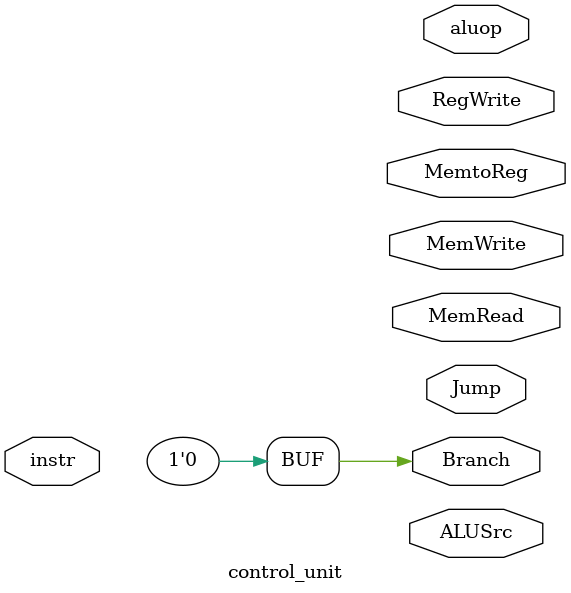
<source format=v>
`timescale 1ns / 1ps

module control_unit(
	input 	[6:0] instr,
	output [1:0] aluop,
	output	Branch,
	output  MemRead,
	output  MemtoReg,
	output  MemWrite,
	output  ALUSrc,
	output  RegWrite,
	output  Jump
	//output reg  halt
);
assign Branch = (instr == 7'b0110011) ? 1'b0: //R-type
							  	(instr == 7'b0010011) ? 1'b0: // I-type
									 // S-type
									 // L-type
									 // B-type
									 // JAL
									 // JALR
									 1'b0; //default

// Finish the rest of your design						

endmodule

</source>
